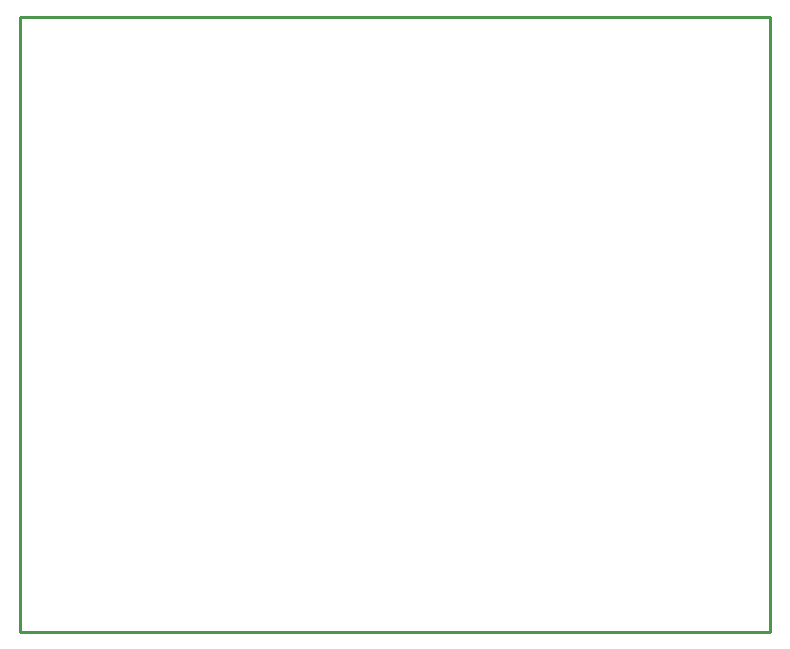
<source format=gko>
G04 Layer: BoardOutline*
G04 EasyEDA v6.4.19.5, 2021-06-08T16:18:50+02:00*
G04 4e34ef463dd44b9695d7138247dbe7fd,563db0ff5b334ec4995e7372edb549dc,10*
G04 Gerber Generator version 0.2*
G04 Scale: 100 percent, Rotated: No, Reflected: No *
G04 Dimensions in millimeters *
G04 leading zeros omitted , absolute positions ,4 integer and 5 decimal *
%FSLAX45Y45*%
%MOMM*%

%ADD10C,0.2540*%
D10*
X2794000Y12700000D02*
G01*
X2794000Y13335000D01*
X9144000Y13335000D01*
X9144000Y8128000D01*
X2794000Y8128000D01*
X2794000Y12700000D01*
X2794000Y12700000D01*

%LPD*%
M02*

</source>
